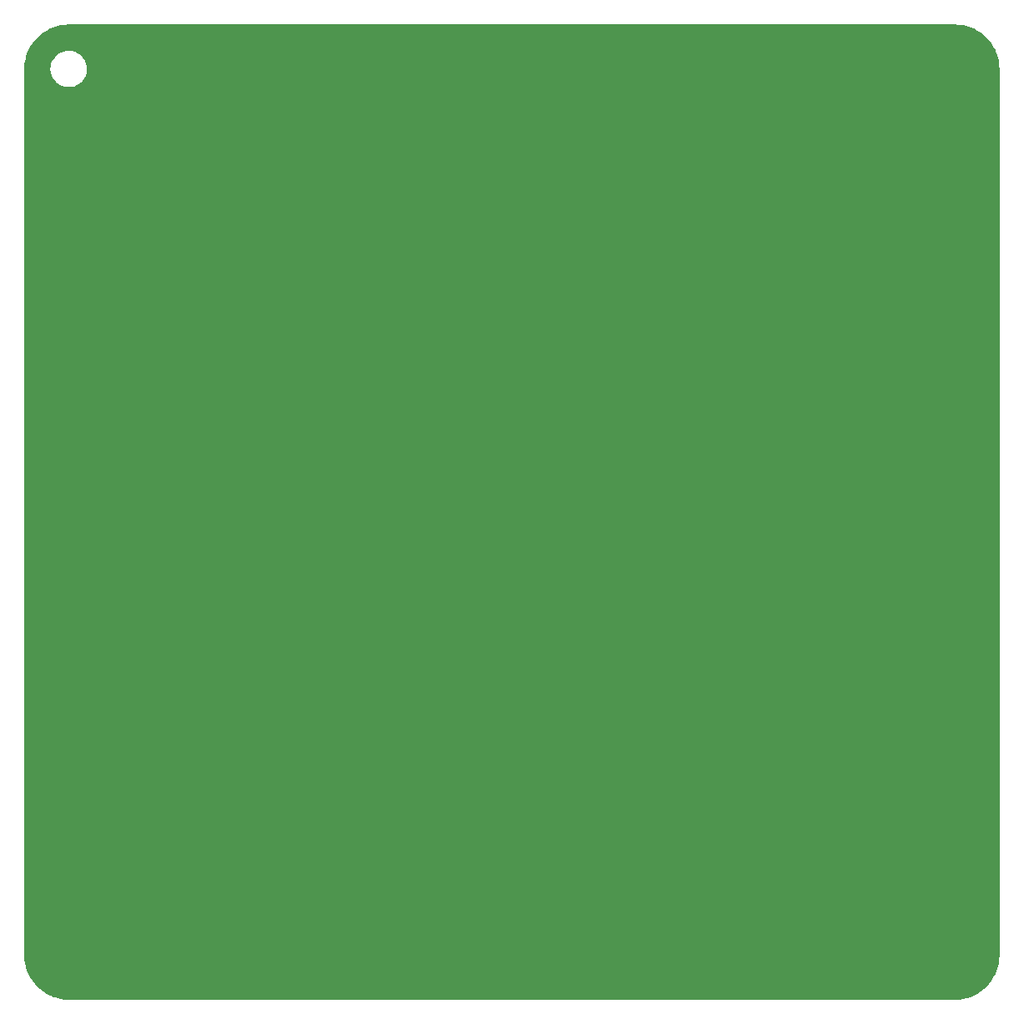
<source format=gtl>
G04 #@! TF.GenerationSoftware,KiCad,Pcbnew,7.0.8*
G04 #@! TF.CreationDate,2023-10-17T14:22:14+02:00*
G04 #@! TF.ProjectId,Lines,4c696e65-732e-46b6-9963-61645f706362,1.0c*
G04 #@! TF.SameCoordinates,Original*
G04 #@! TF.FileFunction,Copper,L1,Top*
G04 #@! TF.FilePolarity,Positive*
%FSLAX46Y46*%
G04 Gerber Fmt 4.6, Leading zero omitted, Abs format (unit mm)*
G04 Created by KiCad (PCBNEW 7.0.8) date 2023-10-17 14:22:14*
%MOMM*%
%LPD*%
G01*
G04 APERTURE LIST*
G04 APERTURE END LIST*
G04 #@! TA.AperFunction,NonConductor*
G36*
X146724474Y-36712504D02*
G01*
X146729826Y-36712973D01*
X147113659Y-36763506D01*
X147118967Y-36764442D01*
X147496920Y-36848232D01*
X147502119Y-36849625D01*
X147871341Y-36966040D01*
X147876422Y-36967889D01*
X148234088Y-37116039D01*
X148238958Y-37118310D01*
X148582350Y-37297069D01*
X148587028Y-37299771D01*
X148913526Y-37507772D01*
X148917959Y-37510876D01*
X149225077Y-37746536D01*
X149229222Y-37750015D01*
X149514630Y-38011543D01*
X149518456Y-38015369D01*
X149779984Y-38300777D01*
X149783463Y-38304922D01*
X150019123Y-38612040D01*
X150022227Y-38616473D01*
X150230228Y-38942971D01*
X150232934Y-38947657D01*
X150411680Y-39291023D01*
X150413964Y-39295921D01*
X150450423Y-39383940D01*
X150562110Y-39653578D01*
X150563961Y-39658663D01*
X150680368Y-40027858D01*
X150681768Y-40033085D01*
X150765556Y-40411030D01*
X150766496Y-40416359D01*
X150817024Y-40800155D01*
X150817496Y-40805546D01*
X150834500Y-41195000D01*
X150834500Y-131195000D01*
X150817496Y-131584453D01*
X150817024Y-131589844D01*
X150766496Y-131973640D01*
X150765556Y-131978969D01*
X150681768Y-132356914D01*
X150680368Y-132362141D01*
X150563961Y-132731336D01*
X150562110Y-132736421D01*
X150413967Y-133094072D01*
X150411680Y-133098976D01*
X150232934Y-133442342D01*
X150230228Y-133447028D01*
X150022227Y-133773526D01*
X150019123Y-133777959D01*
X149783463Y-134085077D01*
X149779984Y-134089222D01*
X149518456Y-134374630D01*
X149514630Y-134378456D01*
X149229222Y-134639984D01*
X149225077Y-134643463D01*
X148917959Y-134879123D01*
X148913526Y-134882227D01*
X148587028Y-135090228D01*
X148582342Y-135092934D01*
X148238976Y-135271680D01*
X148234072Y-135273967D01*
X147876421Y-135422110D01*
X147871336Y-135423961D01*
X147502141Y-135540368D01*
X147496914Y-135541768D01*
X147118969Y-135625556D01*
X147113640Y-135626496D01*
X146729844Y-135677024D01*
X146724453Y-135677496D01*
X146335000Y-135694500D01*
X56335000Y-135694500D01*
X55945546Y-135677496D01*
X55940155Y-135677024D01*
X55556359Y-135626496D01*
X55551030Y-135625556D01*
X55173085Y-135541768D01*
X55167865Y-135540370D01*
X54996193Y-135486242D01*
X54798663Y-135423961D01*
X54793578Y-135422110D01*
X54548889Y-135320757D01*
X54435921Y-135273964D01*
X54431031Y-135271684D01*
X54087657Y-135092934D01*
X54082971Y-135090228D01*
X53756473Y-134882227D01*
X53752040Y-134879123D01*
X53444922Y-134643463D01*
X53440777Y-134639984D01*
X53155369Y-134378456D01*
X53151543Y-134374630D01*
X52890015Y-134089222D01*
X52886536Y-134085077D01*
X52650876Y-133777959D01*
X52647772Y-133773526D01*
X52439771Y-133447028D01*
X52437065Y-133442342D01*
X52258310Y-133098958D01*
X52256039Y-133094088D01*
X52107889Y-132736421D01*
X52106038Y-132731336D01*
X51989625Y-132362119D01*
X51988231Y-132356914D01*
X51904443Y-131978969D01*
X51903506Y-131973659D01*
X51852973Y-131589826D01*
X51852504Y-131584474D01*
X51835500Y-131195000D01*
X51835500Y-131129108D01*
X51835500Y-41262763D01*
X54480787Y-41262763D01*
X54510413Y-41532013D01*
X54510415Y-41532024D01*
X54578926Y-41794082D01*
X54578928Y-41794088D01*
X54684870Y-42043390D01*
X54756998Y-42161575D01*
X54825979Y-42274605D01*
X54825986Y-42274615D01*
X54999253Y-42482819D01*
X54999259Y-42482824D01*
X55200998Y-42663582D01*
X55426910Y-42813044D01*
X55672176Y-42928020D01*
X55672183Y-42928022D01*
X55672185Y-42928023D01*
X55931557Y-43006057D01*
X55931564Y-43006058D01*
X55931569Y-43006060D01*
X56199561Y-43045500D01*
X56199566Y-43045500D01*
X56402636Y-43045500D01*
X56454133Y-43041730D01*
X56605156Y-43030677D01*
X56717758Y-43005593D01*
X56869546Y-42971782D01*
X56869548Y-42971781D01*
X56869553Y-42971780D01*
X57122558Y-42875014D01*
X57358777Y-42742441D01*
X57573177Y-42576888D01*
X57761186Y-42381881D01*
X57918799Y-42161579D01*
X57992787Y-42017669D01*
X58042649Y-41920690D01*
X58042651Y-41920684D01*
X58042656Y-41920675D01*
X58130118Y-41664305D01*
X58179319Y-41397933D01*
X58189212Y-41127235D01*
X58159586Y-40857982D01*
X58091072Y-40595912D01*
X57985130Y-40346610D01*
X57844018Y-40115390D01*
X57754747Y-40008119D01*
X57670746Y-39907180D01*
X57670740Y-39907175D01*
X57469002Y-39726418D01*
X57243092Y-39576957D01*
X57243090Y-39576956D01*
X56997824Y-39461980D01*
X56997819Y-39461978D01*
X56997814Y-39461976D01*
X56738442Y-39383942D01*
X56738428Y-39383939D01*
X56622791Y-39366921D01*
X56470439Y-39344500D01*
X56267369Y-39344500D01*
X56267364Y-39344500D01*
X56064844Y-39359323D01*
X56064831Y-39359325D01*
X55800453Y-39418217D01*
X55800446Y-39418220D01*
X55547439Y-39514987D01*
X55311226Y-39647557D01*
X55096822Y-39813112D01*
X54908822Y-40008109D01*
X54908816Y-40008116D01*
X54751202Y-40228419D01*
X54751199Y-40228424D01*
X54627350Y-40469309D01*
X54627343Y-40469327D01*
X54539884Y-40725685D01*
X54539881Y-40725699D01*
X54490681Y-40992068D01*
X54490680Y-40992075D01*
X54480787Y-41262763D01*
X51835500Y-41262763D01*
X51835500Y-41195000D01*
X51852504Y-40805523D01*
X51852973Y-40800175D01*
X51903506Y-40416337D01*
X51904443Y-40411030D01*
X51944926Y-40228424D01*
X51988233Y-40033074D01*
X51989623Y-40027886D01*
X52106042Y-39658650D01*
X52107889Y-39653578D01*
X52256043Y-39295902D01*
X52258306Y-39291050D01*
X52437075Y-38947639D01*
X52439771Y-38942971D01*
X52647772Y-38616473D01*
X52650864Y-38612055D01*
X52886548Y-38304906D01*
X52890007Y-38300785D01*
X53151554Y-38015357D01*
X53155357Y-38011554D01*
X53440785Y-37750007D01*
X53444906Y-37746548D01*
X53752055Y-37510864D01*
X53756465Y-37507777D01*
X54082971Y-37299771D01*
X54087639Y-37297075D01*
X54431050Y-37118306D01*
X54435902Y-37116043D01*
X54793585Y-36967886D01*
X54798650Y-36966042D01*
X55167886Y-36849623D01*
X55173074Y-36848233D01*
X55551036Y-36764441D01*
X55556337Y-36763506D01*
X55940175Y-36712973D01*
X55945523Y-36712504D01*
X56335000Y-36695500D01*
X56400892Y-36695500D01*
X146269108Y-36695500D01*
X146335000Y-36695500D01*
X146724474Y-36712504D01*
G37*
G04 #@! TD.AperFunction*
M02*

</source>
